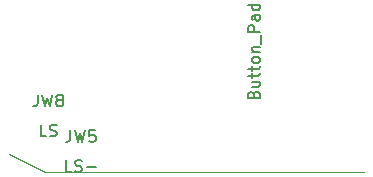
<source format=gbr>
G04 #@! TF.GenerationSoftware,KiCad,Pcbnew,7.0.9*
G04 #@! TF.CreationDate,2023-12-20T17:35:01-07:00*
G04 #@! TF.ProjectId,vb_controller_shoulder_left_pcb,76625f63-6f6e-4747-926f-6c6c65725f73,4a*
G04 #@! TF.SameCoordinates,Original*
G04 #@! TF.FileFunction,AssemblyDrawing,Top*
%FSLAX46Y46*%
G04 Gerber Fmt 4.6, Leading zero omitted, Abs format (unit mm)*
G04 Created by KiCad (PCBNEW 7.0.9) date 2023-12-20 17:35:01*
%MOMM*%
%LPD*%
G01*
G04 APERTURE LIST*
%ADD10C,0.100000*%
%ADD11C,0.150000*%
G04 APERTURE END LIST*
D10*
X137900000Y-117500000D02*
X140900000Y-119000000D01*
X167900000Y-119000000D02*
X140900000Y-119000000D01*
D11*
X141031333Y-115994819D02*
X140555143Y-115994819D01*
X140555143Y-115994819D02*
X140555143Y-114994819D01*
X141317048Y-115947200D02*
X141459905Y-115994819D01*
X141459905Y-115994819D02*
X141698000Y-115994819D01*
X141698000Y-115994819D02*
X141793238Y-115947200D01*
X141793238Y-115947200D02*
X141840857Y-115899580D01*
X141840857Y-115899580D02*
X141888476Y-115804342D01*
X141888476Y-115804342D02*
X141888476Y-115709104D01*
X141888476Y-115709104D02*
X141840857Y-115613866D01*
X141840857Y-115613866D02*
X141793238Y-115566247D01*
X141793238Y-115566247D02*
X141698000Y-115518628D01*
X141698000Y-115518628D02*
X141507524Y-115471009D01*
X141507524Y-115471009D02*
X141412286Y-115423390D01*
X141412286Y-115423390D02*
X141364667Y-115375771D01*
X141364667Y-115375771D02*
X141317048Y-115280533D01*
X141317048Y-115280533D02*
X141317048Y-115185295D01*
X141317048Y-115185295D02*
X141364667Y-115090057D01*
X141364667Y-115090057D02*
X141412286Y-115042438D01*
X141412286Y-115042438D02*
X141507524Y-114994819D01*
X141507524Y-114994819D02*
X141745619Y-114994819D01*
X141745619Y-114994819D02*
X141888476Y-115042438D01*
X140295238Y-112454819D02*
X140295238Y-113169104D01*
X140295238Y-113169104D02*
X140247619Y-113311961D01*
X140247619Y-113311961D02*
X140152381Y-113407200D01*
X140152381Y-113407200D02*
X140009524Y-113454819D01*
X140009524Y-113454819D02*
X139914286Y-113454819D01*
X140676191Y-112454819D02*
X140914286Y-113454819D01*
X140914286Y-113454819D02*
X141104762Y-112740533D01*
X141104762Y-112740533D02*
X141295238Y-113454819D01*
X141295238Y-113454819D02*
X141533334Y-112454819D01*
X142057143Y-112883390D02*
X141961905Y-112835771D01*
X141961905Y-112835771D02*
X141914286Y-112788152D01*
X141914286Y-112788152D02*
X141866667Y-112692914D01*
X141866667Y-112692914D02*
X141866667Y-112645295D01*
X141866667Y-112645295D02*
X141914286Y-112550057D01*
X141914286Y-112550057D02*
X141961905Y-112502438D01*
X141961905Y-112502438D02*
X142057143Y-112454819D01*
X142057143Y-112454819D02*
X142247619Y-112454819D01*
X142247619Y-112454819D02*
X142342857Y-112502438D01*
X142342857Y-112502438D02*
X142390476Y-112550057D01*
X142390476Y-112550057D02*
X142438095Y-112645295D01*
X142438095Y-112645295D02*
X142438095Y-112692914D01*
X142438095Y-112692914D02*
X142390476Y-112788152D01*
X142390476Y-112788152D02*
X142342857Y-112835771D01*
X142342857Y-112835771D02*
X142247619Y-112883390D01*
X142247619Y-112883390D02*
X142057143Y-112883390D01*
X142057143Y-112883390D02*
X141961905Y-112931009D01*
X141961905Y-112931009D02*
X141914286Y-112978628D01*
X141914286Y-112978628D02*
X141866667Y-113073866D01*
X141866667Y-113073866D02*
X141866667Y-113264342D01*
X141866667Y-113264342D02*
X141914286Y-113359580D01*
X141914286Y-113359580D02*
X141961905Y-113407200D01*
X141961905Y-113407200D02*
X142057143Y-113454819D01*
X142057143Y-113454819D02*
X142247619Y-113454819D01*
X142247619Y-113454819D02*
X142342857Y-113407200D01*
X142342857Y-113407200D02*
X142390476Y-113359580D01*
X142390476Y-113359580D02*
X142438095Y-113264342D01*
X142438095Y-113264342D02*
X142438095Y-113073866D01*
X142438095Y-113073866D02*
X142390476Y-112978628D01*
X142390476Y-112978628D02*
X142342857Y-112931009D01*
X142342857Y-112931009D02*
X142247619Y-112883390D01*
X158575009Y-112442857D02*
X158622628Y-112300000D01*
X158622628Y-112300000D02*
X158670247Y-112252381D01*
X158670247Y-112252381D02*
X158765485Y-112204762D01*
X158765485Y-112204762D02*
X158908342Y-112204762D01*
X158908342Y-112204762D02*
X159003580Y-112252381D01*
X159003580Y-112252381D02*
X159051200Y-112300000D01*
X159051200Y-112300000D02*
X159098819Y-112395238D01*
X159098819Y-112395238D02*
X159098819Y-112776190D01*
X159098819Y-112776190D02*
X158098819Y-112776190D01*
X158098819Y-112776190D02*
X158098819Y-112442857D01*
X158098819Y-112442857D02*
X158146438Y-112347619D01*
X158146438Y-112347619D02*
X158194057Y-112300000D01*
X158194057Y-112300000D02*
X158289295Y-112252381D01*
X158289295Y-112252381D02*
X158384533Y-112252381D01*
X158384533Y-112252381D02*
X158479771Y-112300000D01*
X158479771Y-112300000D02*
X158527390Y-112347619D01*
X158527390Y-112347619D02*
X158575009Y-112442857D01*
X158575009Y-112442857D02*
X158575009Y-112776190D01*
X158432152Y-111347619D02*
X159098819Y-111347619D01*
X158432152Y-111776190D02*
X158955961Y-111776190D01*
X158955961Y-111776190D02*
X159051200Y-111728571D01*
X159051200Y-111728571D02*
X159098819Y-111633333D01*
X159098819Y-111633333D02*
X159098819Y-111490476D01*
X159098819Y-111490476D02*
X159051200Y-111395238D01*
X159051200Y-111395238D02*
X159003580Y-111347619D01*
X158432152Y-111014285D02*
X158432152Y-110633333D01*
X158098819Y-110871428D02*
X158955961Y-110871428D01*
X158955961Y-110871428D02*
X159051200Y-110823809D01*
X159051200Y-110823809D02*
X159098819Y-110728571D01*
X159098819Y-110728571D02*
X159098819Y-110633333D01*
X158432152Y-110442856D02*
X158432152Y-110061904D01*
X158098819Y-110299999D02*
X158955961Y-110299999D01*
X158955961Y-110299999D02*
X159051200Y-110252380D01*
X159051200Y-110252380D02*
X159098819Y-110157142D01*
X159098819Y-110157142D02*
X159098819Y-110061904D01*
X159098819Y-109585713D02*
X159051200Y-109680951D01*
X159051200Y-109680951D02*
X159003580Y-109728570D01*
X159003580Y-109728570D02*
X158908342Y-109776189D01*
X158908342Y-109776189D02*
X158622628Y-109776189D01*
X158622628Y-109776189D02*
X158527390Y-109728570D01*
X158527390Y-109728570D02*
X158479771Y-109680951D01*
X158479771Y-109680951D02*
X158432152Y-109585713D01*
X158432152Y-109585713D02*
X158432152Y-109442856D01*
X158432152Y-109442856D02*
X158479771Y-109347618D01*
X158479771Y-109347618D02*
X158527390Y-109299999D01*
X158527390Y-109299999D02*
X158622628Y-109252380D01*
X158622628Y-109252380D02*
X158908342Y-109252380D01*
X158908342Y-109252380D02*
X159003580Y-109299999D01*
X159003580Y-109299999D02*
X159051200Y-109347618D01*
X159051200Y-109347618D02*
X159098819Y-109442856D01*
X159098819Y-109442856D02*
X159098819Y-109585713D01*
X158432152Y-108823808D02*
X159098819Y-108823808D01*
X158527390Y-108823808D02*
X158479771Y-108776189D01*
X158479771Y-108776189D02*
X158432152Y-108680951D01*
X158432152Y-108680951D02*
X158432152Y-108538094D01*
X158432152Y-108538094D02*
X158479771Y-108442856D01*
X158479771Y-108442856D02*
X158575009Y-108395237D01*
X158575009Y-108395237D02*
X159098819Y-108395237D01*
X159194057Y-108157142D02*
X159194057Y-107395237D01*
X159098819Y-107157141D02*
X158098819Y-107157141D01*
X158098819Y-107157141D02*
X158098819Y-106776189D01*
X158098819Y-106776189D02*
X158146438Y-106680951D01*
X158146438Y-106680951D02*
X158194057Y-106633332D01*
X158194057Y-106633332D02*
X158289295Y-106585713D01*
X158289295Y-106585713D02*
X158432152Y-106585713D01*
X158432152Y-106585713D02*
X158527390Y-106633332D01*
X158527390Y-106633332D02*
X158575009Y-106680951D01*
X158575009Y-106680951D02*
X158622628Y-106776189D01*
X158622628Y-106776189D02*
X158622628Y-107157141D01*
X159098819Y-105728570D02*
X158575009Y-105728570D01*
X158575009Y-105728570D02*
X158479771Y-105776189D01*
X158479771Y-105776189D02*
X158432152Y-105871427D01*
X158432152Y-105871427D02*
X158432152Y-106061903D01*
X158432152Y-106061903D02*
X158479771Y-106157141D01*
X159051200Y-105728570D02*
X159098819Y-105823808D01*
X159098819Y-105823808D02*
X159098819Y-106061903D01*
X159098819Y-106061903D02*
X159051200Y-106157141D01*
X159051200Y-106157141D02*
X158955961Y-106204760D01*
X158955961Y-106204760D02*
X158860723Y-106204760D01*
X158860723Y-106204760D02*
X158765485Y-106157141D01*
X158765485Y-106157141D02*
X158717866Y-106061903D01*
X158717866Y-106061903D02*
X158717866Y-105823808D01*
X158717866Y-105823808D02*
X158670247Y-105728570D01*
X159098819Y-104823808D02*
X158098819Y-104823808D01*
X159051200Y-104823808D02*
X159098819Y-104919046D01*
X159098819Y-104919046D02*
X159098819Y-105109522D01*
X159098819Y-105109522D02*
X159051200Y-105204760D01*
X159051200Y-105204760D02*
X159003580Y-105252379D01*
X159003580Y-105252379D02*
X158908342Y-105299998D01*
X158908342Y-105299998D02*
X158622628Y-105299998D01*
X158622628Y-105299998D02*
X158527390Y-105252379D01*
X158527390Y-105252379D02*
X158479771Y-105204760D01*
X158479771Y-105204760D02*
X158432152Y-105109522D01*
X158432152Y-105109522D02*
X158432152Y-104919046D01*
X158432152Y-104919046D02*
X158479771Y-104823808D01*
X143162285Y-118994819D02*
X142686095Y-118994819D01*
X142686095Y-118994819D02*
X142686095Y-117994819D01*
X143448000Y-118947200D02*
X143590857Y-118994819D01*
X143590857Y-118994819D02*
X143828952Y-118994819D01*
X143828952Y-118994819D02*
X143924190Y-118947200D01*
X143924190Y-118947200D02*
X143971809Y-118899580D01*
X143971809Y-118899580D02*
X144019428Y-118804342D01*
X144019428Y-118804342D02*
X144019428Y-118709104D01*
X144019428Y-118709104D02*
X143971809Y-118613866D01*
X143971809Y-118613866D02*
X143924190Y-118566247D01*
X143924190Y-118566247D02*
X143828952Y-118518628D01*
X143828952Y-118518628D02*
X143638476Y-118471009D01*
X143638476Y-118471009D02*
X143543238Y-118423390D01*
X143543238Y-118423390D02*
X143495619Y-118375771D01*
X143495619Y-118375771D02*
X143448000Y-118280533D01*
X143448000Y-118280533D02*
X143448000Y-118185295D01*
X143448000Y-118185295D02*
X143495619Y-118090057D01*
X143495619Y-118090057D02*
X143543238Y-118042438D01*
X143543238Y-118042438D02*
X143638476Y-117994819D01*
X143638476Y-117994819D02*
X143876571Y-117994819D01*
X143876571Y-117994819D02*
X144019428Y-118042438D01*
X144448000Y-118613866D02*
X145209905Y-118613866D01*
X143045238Y-115454819D02*
X143045238Y-116169104D01*
X143045238Y-116169104D02*
X142997619Y-116311961D01*
X142997619Y-116311961D02*
X142902381Y-116407200D01*
X142902381Y-116407200D02*
X142759524Y-116454819D01*
X142759524Y-116454819D02*
X142664286Y-116454819D01*
X143426191Y-115454819D02*
X143664286Y-116454819D01*
X143664286Y-116454819D02*
X143854762Y-115740533D01*
X143854762Y-115740533D02*
X144045238Y-116454819D01*
X144045238Y-116454819D02*
X144283334Y-115454819D01*
X145140476Y-115454819D02*
X144664286Y-115454819D01*
X144664286Y-115454819D02*
X144616667Y-115931009D01*
X144616667Y-115931009D02*
X144664286Y-115883390D01*
X144664286Y-115883390D02*
X144759524Y-115835771D01*
X144759524Y-115835771D02*
X144997619Y-115835771D01*
X144997619Y-115835771D02*
X145092857Y-115883390D01*
X145092857Y-115883390D02*
X145140476Y-115931009D01*
X145140476Y-115931009D02*
X145188095Y-116026247D01*
X145188095Y-116026247D02*
X145188095Y-116264342D01*
X145188095Y-116264342D02*
X145140476Y-116359580D01*
X145140476Y-116359580D02*
X145092857Y-116407200D01*
X145092857Y-116407200D02*
X144997619Y-116454819D01*
X144997619Y-116454819D02*
X144759524Y-116454819D01*
X144759524Y-116454819D02*
X144664286Y-116407200D01*
X144664286Y-116407200D02*
X144616667Y-116359580D01*
M02*

</source>
